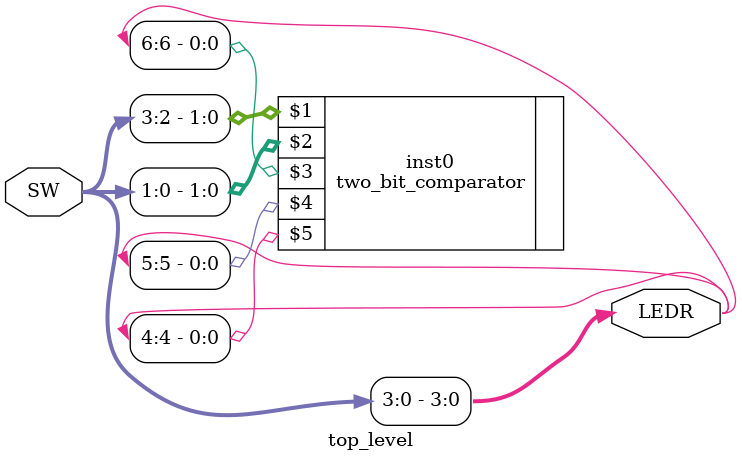
<source format=v>
module top_level (SW, LEDR); //define module name and inputs and outputs
	
	input wire [3:0] SW; //assigns the three input switches
	output wire [6:0] LEDR; //assigns the six output LEDs
	
	assign LEDR[3:0] = SW[3:0]; // assigns 4 LEDS to 4 switches
	
	two_bit_comparator inst0 (SW[3:2], SW[1:0], LEDR[6], LEDR[5], LEDR[4]); // calls the module two_bit_comparator

endmodule //module now ended

</source>
